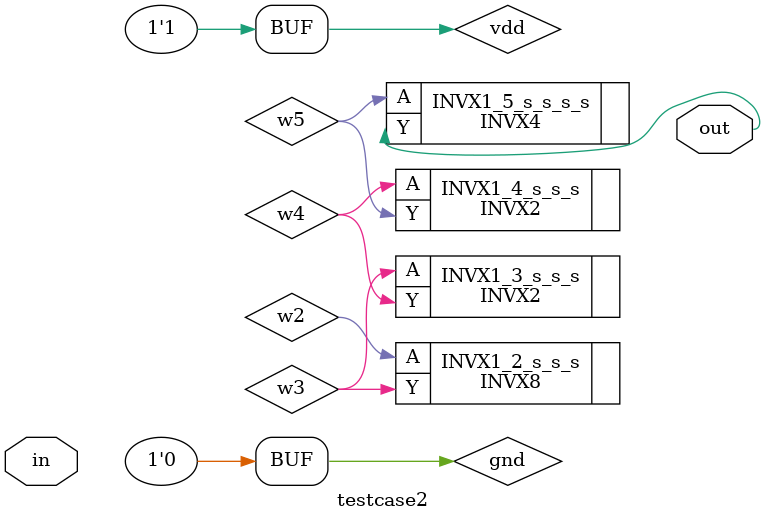
<source format=v>
module testcase2 (in, out);
input in;
output out;
wire vdd = 1'b1;
wire gnd = 1'b0;
INVX8 INVX1_1_s_s_s ( .A(in), .Y(w1) );
INVX8 INVX1_2_s_s_s ( .A(w2), .Y(w3) );
INVX2 INVX1_3_s_s_s ( .A(w3), .Y(w4) );
INVX2 INVX1_4_s_s_s ( .A(w4), .Y(w5) );
INVX4 INVX1_5_s_s_s_s ( .A(w5), .Y(out) );
endmodule
</source>
